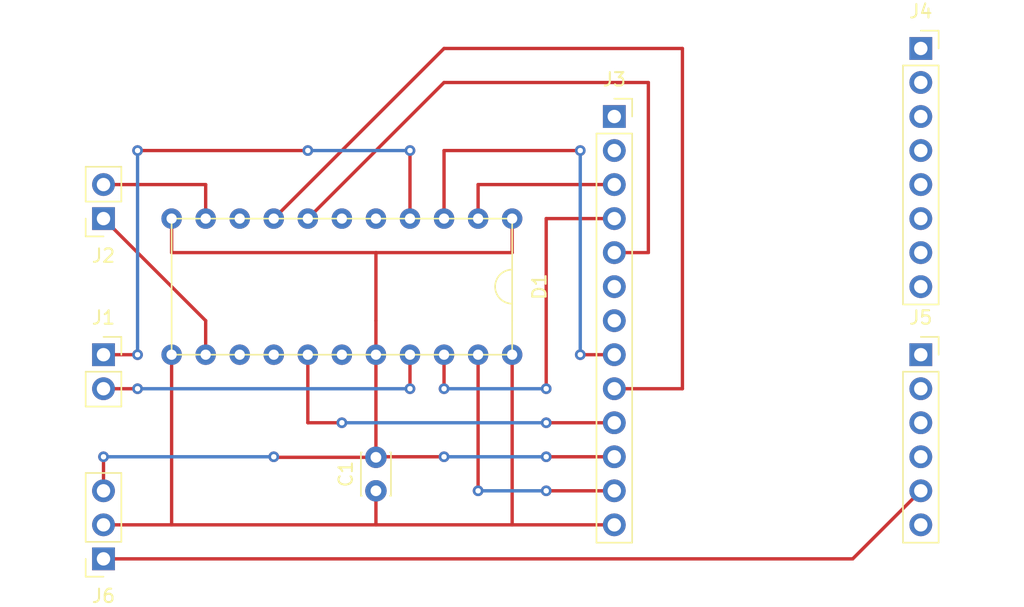
<source format=kicad_pcb>
(kicad_pcb (version 20171130) (host pcbnew "(5.1.12)-1")

  (general
    (thickness 1.6)
    (drawings 0)
    (tracks 77)
    (zones 0)
    (modules 8)
    (nets 38)
  )

  (page A4)
  (layers
    (0 F.Cu signal)
    (31 B.Cu signal)
    (32 B.Adhes user)
    (33 F.Adhes user)
    (34 B.Paste user)
    (35 F.Paste user)
    (36 B.SilkS user)
    (37 F.SilkS user)
    (38 B.Mask user)
    (39 F.Mask user)
    (40 Dwgs.User user)
    (41 Cmts.User user)
    (42 Eco1.User user)
    (43 Eco2.User user)
    (44 Edge.Cuts user)
    (45 Margin user)
    (46 B.CrtYd user)
    (47 F.CrtYd user)
    (48 B.Fab user)
    (49 F.Fab user)
  )

  (setup
    (last_trace_width 0.25)
    (trace_clearance 0.2)
    (zone_clearance 0.508)
    (zone_45_only no)
    (trace_min 0.2)
    (via_size 0.8)
    (via_drill 0.4)
    (via_min_size 0.4)
    (via_min_drill 0.3)
    (uvia_size 0.3)
    (uvia_drill 0.1)
    (uvias_allowed no)
    (uvia_min_size 0.2)
    (uvia_min_drill 0.1)
    (edge_width 0.05)
    (segment_width 0.2)
    (pcb_text_width 0.3)
    (pcb_text_size 1.5 1.5)
    (mod_edge_width 0.12)
    (mod_text_size 1 1)
    (mod_text_width 0.15)
    (pad_size 1.524 1.524)
    (pad_drill 0.762)
    (pad_to_mask_clearance 0)
    (aux_axis_origin 0 0)
    (visible_elements 7FFFFFFF)
    (pcbplotparams
      (layerselection 0x010fc_ffffffff)
      (usegerberextensions false)
      (usegerberattributes true)
      (usegerberadvancedattributes true)
      (creategerberjobfile true)
      (excludeedgelayer true)
      (linewidth 0.100000)
      (plotframeref false)
      (viasonmask false)
      (mode 1)
      (useauxorigin false)
      (hpglpennumber 1)
      (hpglpenspeed 20)
      (hpglpendiameter 15.000000)
      (psnegative false)
      (psa4output false)
      (plotreference true)
      (plotvalue true)
      (plotinvisibletext false)
      (padsonsilk false)
      (subtractmaskfromsilk false)
      (outputformat 1)
      (mirror false)
      (drillshape 1)
      (scaleselection 1)
      (outputdirectory ""))
  )

  (net 0 "")
  (net 1 GND)
  (net 2 "Net-(D1-Pad2)")
  (net 3 "Net-(D1-Pad3)")
  (net 4 "Net-(D1-Pad4)")
  (net 5 "Net-(D1-Pad5)")
  (net 6 "Net-(D1-Pad6)")
  (net 7 "Net-(D1-Pad7)")
  (net 8 "Net-(D1-Pad8)")
  (net 9 "Net-(D1-Pad9)")
  (net 10 "Net-(D1-Pad10)")
  (net 11 VCC)
  (net 12 "Net-(D1-Pad14)")
  (net 13 "Net-(D1-Pad15)")
  (net 14 "Net-(D1-Pad17)")
  (net 15 "Net-(D1-Pad18)")
  (net 16 "Net-(D1-Pad19)")
  (net 17 "Net-(D1-Pad20)")
  (net 18 "Net-(D1-Pad21)")
  (net 19 "Net-(J3-Pad1)")
  (net 20 "Net-(J3-Pad2)")
  (net 21 "Net-(J3-Pad6)")
  (net 22 "Net-(J3-Pad7)")
  (net 23 "Net-(J4-Pad1)")
  (net 24 "Net-(J4-Pad2)")
  (net 25 "Net-(J4-Pad3)")
  (net 26 "Net-(J4-Pad4)")
  (net 27 "Net-(J4-Pad5)")
  (net 28 "Net-(J4-Pad6)")
  (net 29 "Net-(J4-Pad7)")
  (net 30 "Net-(J4-Pad8)")
  (net 31 "Net-(J5-Pad1)")
  (net 32 "Net-(J5-Pad2)")
  (net 33 "Net-(J5-Pad3)")
  (net 34 "Net-(J5-Pad4)")
  (net 35 "Net-(J5-Pad5)")
  (net 36 "Net-(J5-Pad6)")
  (net 37 "Net-(D1-Pad13)")

  (net_class Default "This is the default net class."
    (clearance 0.2)
    (trace_width 0.25)
    (via_dia 0.8)
    (via_drill 0.4)
    (uvia_dia 0.3)
    (uvia_drill 0.1)
    (add_net GND)
    (add_net "Net-(D1-Pad10)")
    (add_net "Net-(D1-Pad13)")
    (add_net "Net-(D1-Pad14)")
    (add_net "Net-(D1-Pad15)")
    (add_net "Net-(D1-Pad17)")
    (add_net "Net-(D1-Pad18)")
    (add_net "Net-(D1-Pad19)")
    (add_net "Net-(D1-Pad2)")
    (add_net "Net-(D1-Pad20)")
    (add_net "Net-(D1-Pad21)")
    (add_net "Net-(D1-Pad3)")
    (add_net "Net-(D1-Pad4)")
    (add_net "Net-(D1-Pad5)")
    (add_net "Net-(D1-Pad6)")
    (add_net "Net-(D1-Pad7)")
    (add_net "Net-(D1-Pad8)")
    (add_net "Net-(D1-Pad9)")
    (add_net "Net-(J3-Pad1)")
    (add_net "Net-(J3-Pad2)")
    (add_net "Net-(J3-Pad6)")
    (add_net "Net-(J3-Pad7)")
    (add_net "Net-(J4-Pad1)")
    (add_net "Net-(J4-Pad2)")
    (add_net "Net-(J4-Pad3)")
    (add_net "Net-(J4-Pad4)")
    (add_net "Net-(J4-Pad5)")
    (add_net "Net-(J4-Pad6)")
    (add_net "Net-(J4-Pad7)")
    (add_net "Net-(J4-Pad8)")
    (add_net "Net-(J5-Pad1)")
    (add_net "Net-(J5-Pad2)")
    (add_net "Net-(J5-Pad3)")
    (add_net "Net-(J5-Pad4)")
    (add_net "Net-(J5-Pad5)")
    (add_net "Net-(J5-Pad6)")
    (add_net VCC)
  )

  (module NJM2670D2:NJM2670D2 (layer F.Cu) (tedit 61BFDFEF) (tstamp 61C03BBA)
    (at 172.72 73.66 270)
    (path /61C011F4)
    (fp_text reference D1 (at 0 0.5 90) (layer F.SilkS)
      (effects (font (size 1 1) (thickness 0.15)))
    )
    (fp_text value NJM2670D2 (at 0 -0.5 90) (layer F.Fab)
      (effects (font (size 1 1) (thickness 0.15)))
    )
    (fp_line (start 5.08 2.54) (end 2.54 2.54) (layer F.SilkS) (width 0.12))
    (fp_line (start 5.08 27.94) (end 5.08 2.54) (layer F.SilkS) (width 0.12))
    (fp_line (start -5.08 27.94) (end 5.08 27.94) (layer F.SilkS) (width 0.12))
    (fp_line (start -5.08 2.54) (end -5.08 27.94) (layer F.SilkS) (width 0.12))
    (fp_line (start -2.54 2.54) (end -5.08 2.54) (layer F.SilkS) (width 0.12))
    (fp_line (start -2.54 2.54) (end 2.54 2.54) (layer F.SilkS) (width 0.12))
    (fp_arc (start 0 2.54) (end 0 3.81) (angle 90) (layer F.SilkS) (width 0.12))
    (fp_arc (start 0 2.54) (end 1.27 2.54) (angle 90) (layer F.SilkS) (width 0.12))
    (pad 1 thru_hole circle (at -5.08 2.54 270) (size 1.524 1.524) (drill 0.762) (layers *.Cu *.Mask)
      (net 1 GND))
    (pad 2 thru_hole circle (at -5.08 5.08 270) (size 1.524 1.524) (drill 0.762) (layers *.Cu *.Mask)
      (net 2 "Net-(D1-Pad2)"))
    (pad 3 thru_hole circle (at -5.08 7.62 270) (size 1.524 1.524) (drill 0.762) (layers *.Cu *.Mask)
      (net 3 "Net-(D1-Pad3)"))
    (pad 4 thru_hole circle (at -5.08 10.16 270) (size 1.524 1.524) (drill 0.762) (layers *.Cu *.Mask)
      (net 4 "Net-(D1-Pad4)"))
    (pad 5 thru_hole circle (at -5.08 12.7 270) (size 1.524 1.524) (drill 0.762) (layers *.Cu *.Mask)
      (net 5 "Net-(D1-Pad5)"))
    (pad 6 thru_hole circle (at -5.08 15.24 270) (size 1.524 1.524) (drill 0.762) (layers *.Cu *.Mask)
      (net 6 "Net-(D1-Pad6)"))
    (pad 7 thru_hole circle (at -5.08 17.78 270) (size 1.524 1.524) (drill 0.762) (layers *.Cu *.Mask)
      (net 7 "Net-(D1-Pad7)"))
    (pad 8 thru_hole circle (at -5.08 20.32 270) (size 1.524 1.524) (drill 0.762) (layers *.Cu *.Mask)
      (net 8 "Net-(D1-Pad8)"))
    (pad 9 thru_hole circle (at -5.08 22.86 270) (size 1.524 1.524) (drill 0.762) (layers *.Cu *.Mask)
      (net 9 "Net-(D1-Pad9)"))
    (pad 10 thru_hole circle (at -5.08 25.4 270) (size 1.524 1.524) (drill 0.762) (layers *.Cu *.Mask)
      (net 10 "Net-(D1-Pad10)"))
    (pad 11 thru_hole circle (at -5.08 27.94 270) (size 1.524 1.524) (drill 0.762) (layers *.Cu *.Mask)
      (net 1 GND))
    (pad 12 thru_hole circle (at 5.08 2.54 270) (size 1.524 1.524) (drill 0.762) (layers *.Cu *.Mask)
      (net 11 VCC))
    (pad 13 thru_hole circle (at 5.08 5.08 270) (size 1.524 1.524) (drill 0.762) (layers *.Cu *.Mask)
      (net 37 "Net-(D1-Pad13)"))
    (pad 14 thru_hole circle (at 5.08 7.62 270) (size 1.524 1.524) (drill 0.762) (layers *.Cu *.Mask)
      (net 12 "Net-(D1-Pad14)"))
    (pad 15 thru_hole circle (at 5.08 10.16 270) (size 1.524 1.524) (drill 0.762) (layers *.Cu *.Mask)
      (net 13 "Net-(D1-Pad15)"))
    (pad 16 thru_hole circle (at 5.08 12.7 270) (size 1.524 1.524) (drill 0.762) (layers *.Cu *.Mask)
      (net 1 GND))
    (pad 17 thru_hole circle (at 5.08 15.24 270) (size 1.524 1.524) (drill 0.762) (layers *.Cu *.Mask)
      (net 14 "Net-(D1-Pad17)"))
    (pad 18 thru_hole circle (at 5.08 17.78 270) (size 1.524 1.524) (drill 0.762) (layers *.Cu *.Mask)
      (net 15 "Net-(D1-Pad18)"))
    (pad 19 thru_hole circle (at 5.08 20.32 270) (size 1.524 1.524) (drill 0.762) (layers *.Cu *.Mask)
      (net 16 "Net-(D1-Pad19)"))
    (pad 20 thru_hole circle (at 5.08 22.86 270) (size 1.524 1.524) (drill 0.762) (layers *.Cu *.Mask)
      (net 17 "Net-(D1-Pad20)"))
    (pad 21 thru_hole circle (at 5.08 25.4 270) (size 1.524 1.524) (drill 0.762) (layers *.Cu *.Mask)
      (net 18 "Net-(D1-Pad21)"))
    (pad 22 thru_hole circle (at 5.08 27.94 270) (size 1.524 1.524) (drill 0.762) (layers *.Cu *.Mask)
      (net 11 VCC))
  )

  (module Connector_PinSocket_2.54mm:PinSocket_1x02_P2.54mm_Vertical (layer F.Cu) (tedit 5A19A420) (tstamp 61C046F8)
    (at 139.7 78.74)
    (descr "Through hole straight socket strip, 1x02, 2.54mm pitch, single row (from Kicad 4.0.7), script generated")
    (tags "Through hole socket strip THT 1x02 2.54mm single row")
    (path /61C096E9)
    (fp_text reference J1 (at 0 -2.77) (layer F.SilkS)
      (effects (font (size 1 1) (thickness 0.15)))
    )
    (fp_text value Conn_01x02_Female (at 0 5.31) (layer F.Fab)
      (effects (font (size 1 1) (thickness 0.15)))
    )
    (fp_line (start -1.8 4.3) (end -1.8 -1.8) (layer F.CrtYd) (width 0.05))
    (fp_line (start 1.75 4.3) (end -1.8 4.3) (layer F.CrtYd) (width 0.05))
    (fp_line (start 1.75 -1.8) (end 1.75 4.3) (layer F.CrtYd) (width 0.05))
    (fp_line (start -1.8 -1.8) (end 1.75 -1.8) (layer F.CrtYd) (width 0.05))
    (fp_line (start 0 -1.33) (end 1.33 -1.33) (layer F.SilkS) (width 0.12))
    (fp_line (start 1.33 -1.33) (end 1.33 0) (layer F.SilkS) (width 0.12))
    (fp_line (start 1.33 1.27) (end 1.33 3.87) (layer F.SilkS) (width 0.12))
    (fp_line (start -1.33 3.87) (end 1.33 3.87) (layer F.SilkS) (width 0.12))
    (fp_line (start -1.33 1.27) (end -1.33 3.87) (layer F.SilkS) (width 0.12))
    (fp_line (start -1.33 1.27) (end 1.33 1.27) (layer F.SilkS) (width 0.12))
    (fp_line (start -1.27 3.81) (end -1.27 -1.27) (layer F.Fab) (width 0.1))
    (fp_line (start 1.27 3.81) (end -1.27 3.81) (layer F.Fab) (width 0.1))
    (fp_line (start 1.27 -0.635) (end 1.27 3.81) (layer F.Fab) (width 0.1))
    (fp_line (start 0.635 -1.27) (end 1.27 -0.635) (layer F.Fab) (width 0.1))
    (fp_line (start -1.27 -1.27) (end 0.635 -1.27) (layer F.Fab) (width 0.1))
    (fp_text user %R (at 0 1.27 90) (layer F.Fab)
      (effects (font (size 1 1) (thickness 0.15)))
    )
    (pad 1 thru_hole rect (at 0 0) (size 1.7 1.7) (drill 1) (layers *.Cu *.Mask)
      (net 4 "Net-(D1-Pad4)"))
    (pad 2 thru_hole oval (at 0 2.54) (size 1.7 1.7) (drill 1) (layers *.Cu *.Mask)
      (net 13 "Net-(D1-Pad15)"))
    (model ${KISYS3DMOD}/Connector_PinSocket_2.54mm.3dshapes/PinSocket_1x02_P2.54mm_Vertical.wrl
      (at (xyz 0 0 0))
      (scale (xyz 1 1 1))
      (rotate (xyz 0 0 0))
    )
  )

  (module Connector_PinSocket_2.54mm:PinSocket_1x02_P2.54mm_Vertical (layer F.Cu) (tedit 5A19A420) (tstamp 61C03BE6)
    (at 139.7 68.58 180)
    (descr "Through hole straight socket strip, 1x02, 2.54mm pitch, single row (from Kicad 4.0.7), script generated")
    (tags "Through hole socket strip THT 1x02 2.54mm single row")
    (path /61C0BA7E)
    (fp_text reference J2 (at 0 -2.77) (layer F.SilkS)
      (effects (font (size 1 1) (thickness 0.15)))
    )
    (fp_text value Conn_01x02_Female (at 0 7.62) (layer F.Fab)
      (effects (font (size 1 1) (thickness 0.15)))
    )
    (fp_line (start -1.27 -1.27) (end 0.635 -1.27) (layer F.Fab) (width 0.1))
    (fp_line (start 0.635 -1.27) (end 1.27 -0.635) (layer F.Fab) (width 0.1))
    (fp_line (start 1.27 -0.635) (end 1.27 3.81) (layer F.Fab) (width 0.1))
    (fp_line (start 1.27 3.81) (end -1.27 3.81) (layer F.Fab) (width 0.1))
    (fp_line (start -1.27 3.81) (end -1.27 -1.27) (layer F.Fab) (width 0.1))
    (fp_line (start -1.33 1.27) (end 1.33 1.27) (layer F.SilkS) (width 0.12))
    (fp_line (start -1.33 1.27) (end -1.33 3.87) (layer F.SilkS) (width 0.12))
    (fp_line (start -1.33 3.87) (end 1.33 3.87) (layer F.SilkS) (width 0.12))
    (fp_line (start 1.33 1.27) (end 1.33 3.87) (layer F.SilkS) (width 0.12))
    (fp_line (start 1.33 -1.33) (end 1.33 0) (layer F.SilkS) (width 0.12))
    (fp_line (start 0 -1.33) (end 1.33 -1.33) (layer F.SilkS) (width 0.12))
    (fp_line (start -1.8 -1.8) (end 1.75 -1.8) (layer F.CrtYd) (width 0.05))
    (fp_line (start 1.75 -1.8) (end 1.75 4.3) (layer F.CrtYd) (width 0.05))
    (fp_line (start 1.75 4.3) (end -1.8 4.3) (layer F.CrtYd) (width 0.05))
    (fp_line (start -1.8 4.3) (end -1.8 -1.8) (layer F.CrtYd) (width 0.05))
    (fp_text user %R (at 0 1.27 90) (layer F.Fab)
      (effects (font (size 1 1) (thickness 0.15)))
    )
    (pad 2 thru_hole oval (at 0 2.54 180) (size 1.7 1.7) (drill 1) (layers *.Cu *.Mask)
      (net 10 "Net-(D1-Pad10)"))
    (pad 1 thru_hole rect (at 0 0 180) (size 1.7 1.7) (drill 1) (layers *.Cu *.Mask)
      (net 18 "Net-(D1-Pad21)"))
    (model ${KISYS3DMOD}/Connector_PinSocket_2.54mm.3dshapes/PinSocket_1x02_P2.54mm_Vertical.wrl
      (at (xyz 0 0 0))
      (scale (xyz 1 1 1))
      (rotate (xyz 0 0 0))
    )
  )

  (module Connector_PinSocket_2.54mm:PinSocket_1x13_P2.54mm_Vertical (layer F.Cu) (tedit 5A19A421) (tstamp 61C03C07)
    (at 177.8 60.96)
    (descr "Through hole straight socket strip, 1x13, 2.54mm pitch, single row (from Kicad 4.0.7), script generated")
    (tags "Through hole socket strip THT 1x13 2.54mm single row")
    (path /61C01F22)
    (fp_text reference J3 (at 0 -2.77) (layer F.SilkS)
      (effects (font (size 1 1) (thickness 0.15)))
    )
    (fp_text value Conn_01x13_Female (at 0 33.25) (layer F.Fab)
      (effects (font (size 1 1) (thickness 0.15)))
    )
    (fp_line (start -1.8 32.25) (end -1.8 -1.8) (layer F.CrtYd) (width 0.05))
    (fp_line (start 1.75 32.25) (end -1.8 32.25) (layer F.CrtYd) (width 0.05))
    (fp_line (start 1.75 -1.8) (end 1.75 32.25) (layer F.CrtYd) (width 0.05))
    (fp_line (start -1.8 -1.8) (end 1.75 -1.8) (layer F.CrtYd) (width 0.05))
    (fp_line (start 0 -1.33) (end 1.33 -1.33) (layer F.SilkS) (width 0.12))
    (fp_line (start 1.33 -1.33) (end 1.33 0) (layer F.SilkS) (width 0.12))
    (fp_line (start 1.33 1.27) (end 1.33 31.81) (layer F.SilkS) (width 0.12))
    (fp_line (start -1.33 31.81) (end 1.33 31.81) (layer F.SilkS) (width 0.12))
    (fp_line (start -1.33 1.27) (end -1.33 31.81) (layer F.SilkS) (width 0.12))
    (fp_line (start -1.33 1.27) (end 1.33 1.27) (layer F.SilkS) (width 0.12))
    (fp_line (start -1.27 31.75) (end -1.27 -1.27) (layer F.Fab) (width 0.1))
    (fp_line (start 1.27 31.75) (end -1.27 31.75) (layer F.Fab) (width 0.1))
    (fp_line (start 1.27 -0.635) (end 1.27 31.75) (layer F.Fab) (width 0.1))
    (fp_line (start 0.635 -1.27) (end 1.27 -0.635) (layer F.Fab) (width 0.1))
    (fp_line (start -1.27 -1.27) (end 0.635 -1.27) (layer F.Fab) (width 0.1))
    (fp_text user %R (at 0 15.24 90) (layer F.Fab)
      (effects (font (size 1 1) (thickness 0.15)))
    )
    (pad 1 thru_hole rect (at 0 0) (size 1.7 1.7) (drill 1) (layers *.Cu *.Mask)
      (net 19 "Net-(J3-Pad1)"))
    (pad 2 thru_hole oval (at 0 2.54) (size 1.7 1.7) (drill 1) (layers *.Cu *.Mask)
      (net 20 "Net-(J3-Pad2)"))
    (pad 3 thru_hole oval (at 0 5.08) (size 1.7 1.7) (drill 1) (layers *.Cu *.Mask)
      (net 2 "Net-(D1-Pad2)"))
    (pad 4 thru_hole oval (at 0 7.62) (size 1.7 1.7) (drill 1) (layers *.Cu *.Mask)
      (net 12 "Net-(D1-Pad14)"))
    (pad 5 thru_hole oval (at 0 10.16) (size 1.7 1.7) (drill 1) (layers *.Cu *.Mask)
      (net 7 "Net-(D1-Pad7)"))
    (pad 6 thru_hole oval (at 0 12.7) (size 1.7 1.7) (drill 1) (layers *.Cu *.Mask)
      (net 21 "Net-(J3-Pad6)"))
    (pad 7 thru_hole oval (at 0 15.24) (size 1.7 1.7) (drill 1) (layers *.Cu *.Mask)
      (net 22 "Net-(J3-Pad7)"))
    (pad 8 thru_hole oval (at 0 17.78) (size 1.7 1.7) (drill 1) (layers *.Cu *.Mask)
      (net 3 "Net-(D1-Pad3)"))
    (pad 9 thru_hole oval (at 0 20.32) (size 1.7 1.7) (drill 1) (layers *.Cu *.Mask)
      (net 8 "Net-(D1-Pad8)"))
    (pad 10 thru_hole oval (at 0 22.86) (size 1.7 1.7) (drill 1) (layers *.Cu *.Mask)
      (net 15 "Net-(D1-Pad18)"))
    (pad 11 thru_hole oval (at 0 25.4) (size 1.7 1.7) (drill 1) (layers *.Cu *.Mask)
      (net 1 GND))
    (pad 12 thru_hole oval (at 0 27.94) (size 1.7 1.7) (drill 1) (layers *.Cu *.Mask)
      (net 37 "Net-(D1-Pad13)"))
    (pad 13 thru_hole oval (at 0 30.48) (size 1.7 1.7) (drill 1) (layers *.Cu *.Mask)
      (net 11 VCC))
    (model ${KISYS3DMOD}/Connector_PinSocket_2.54mm.3dshapes/PinSocket_1x13_P2.54mm_Vertical.wrl
      (at (xyz 0 0 0))
      (scale (xyz 1 1 1))
      (rotate (xyz 0 0 0))
    )
  )

  (module Connector_PinSocket_2.54mm:PinSocket_1x08_P2.54mm_Vertical (layer F.Cu) (tedit 5A19A420) (tstamp 61C03C23)
    (at 200.66 55.88)
    (descr "Through hole straight socket strip, 1x08, 2.54mm pitch, single row (from Kicad 4.0.7), script generated")
    (tags "Through hole socket strip THT 1x08 2.54mm single row")
    (path /61C03423)
    (fp_text reference J4 (at 0 -2.77) (layer F.SilkS)
      (effects (font (size 1 1) (thickness 0.15)))
    )
    (fp_text value Conn_01x08_Female (at 0 20.32) (layer F.Fab)
      (effects (font (size 1 1) (thickness 0.15)))
    )
    (fp_line (start -1.8 19.55) (end -1.8 -1.8) (layer F.CrtYd) (width 0.05))
    (fp_line (start 1.75 19.55) (end -1.8 19.55) (layer F.CrtYd) (width 0.05))
    (fp_line (start 1.75 -1.8) (end 1.75 19.55) (layer F.CrtYd) (width 0.05))
    (fp_line (start -1.8 -1.8) (end 1.75 -1.8) (layer F.CrtYd) (width 0.05))
    (fp_line (start 0 -1.33) (end 1.33 -1.33) (layer F.SilkS) (width 0.12))
    (fp_line (start 1.33 -1.33) (end 1.33 0) (layer F.SilkS) (width 0.12))
    (fp_line (start 1.33 1.27) (end 1.33 19.11) (layer F.SilkS) (width 0.12))
    (fp_line (start -1.33 19.11) (end 1.33 19.11) (layer F.SilkS) (width 0.12))
    (fp_line (start -1.33 1.27) (end -1.33 19.11) (layer F.SilkS) (width 0.12))
    (fp_line (start -1.33 1.27) (end 1.33 1.27) (layer F.SilkS) (width 0.12))
    (fp_line (start -1.27 19.05) (end -1.27 -1.27) (layer F.Fab) (width 0.1))
    (fp_line (start 1.27 19.05) (end -1.27 19.05) (layer F.Fab) (width 0.1))
    (fp_line (start 1.27 -0.635) (end 1.27 19.05) (layer F.Fab) (width 0.1))
    (fp_line (start 0.635 -1.27) (end 1.27 -0.635) (layer F.Fab) (width 0.1))
    (fp_line (start -1.27 -1.27) (end 0.635 -1.27) (layer F.Fab) (width 0.1))
    (fp_text user %R (at 0 8.89 90) (layer F.Fab)
      (effects (font (size 1 1) (thickness 0.15)))
    )
    (pad 1 thru_hole rect (at 0 0) (size 1.7 1.7) (drill 1) (layers *.Cu *.Mask)
      (net 23 "Net-(J4-Pad1)"))
    (pad 2 thru_hole oval (at 0 2.54) (size 1.7 1.7) (drill 1) (layers *.Cu *.Mask)
      (net 24 "Net-(J4-Pad2)"))
    (pad 3 thru_hole oval (at 0 5.08) (size 1.7 1.7) (drill 1) (layers *.Cu *.Mask)
      (net 25 "Net-(J4-Pad3)"))
    (pad 4 thru_hole oval (at 0 7.62) (size 1.7 1.7) (drill 1) (layers *.Cu *.Mask)
      (net 26 "Net-(J4-Pad4)"))
    (pad 5 thru_hole oval (at 0 10.16) (size 1.7 1.7) (drill 1) (layers *.Cu *.Mask)
      (net 27 "Net-(J4-Pad5)"))
    (pad 6 thru_hole oval (at 0 12.7) (size 1.7 1.7) (drill 1) (layers *.Cu *.Mask)
      (net 28 "Net-(J4-Pad6)"))
    (pad 7 thru_hole oval (at 0 15.24) (size 1.7 1.7) (drill 1) (layers *.Cu *.Mask)
      (net 29 "Net-(J4-Pad7)"))
    (pad 8 thru_hole oval (at 0 17.78) (size 1.7 1.7) (drill 1) (layers *.Cu *.Mask)
      (net 30 "Net-(J4-Pad8)"))
    (model ${KISYS3DMOD}/Connector_PinSocket_2.54mm.3dshapes/PinSocket_1x08_P2.54mm_Vertical.wrl
      (at (xyz 0 0 0))
      (scale (xyz 1 1 1))
      (rotate (xyz 0 0 0))
    )
  )

  (module Connector_PinSocket_2.54mm:PinSocket_1x06_P2.54mm_Vertical (layer F.Cu) (tedit 5A19A430) (tstamp 61C03C3D)
    (at 200.66 78.74)
    (descr "Through hole straight socket strip, 1x06, 2.54mm pitch, single row (from Kicad 4.0.7), script generated")
    (tags "Through hole socket strip THT 1x06 2.54mm single row")
    (path /61C0515D)
    (fp_text reference J5 (at 0 -2.77) (layer F.SilkS)
      (effects (font (size 1 1) (thickness 0.15)))
    )
    (fp_text value Conn_01x06_Female (at 0 15.47) (layer F.Fab)
      (effects (font (size 1 1) (thickness 0.15)))
    )
    (fp_line (start -1.8 14.45) (end -1.8 -1.8) (layer F.CrtYd) (width 0.05))
    (fp_line (start 1.75 14.45) (end -1.8 14.45) (layer F.CrtYd) (width 0.05))
    (fp_line (start 1.75 -1.8) (end 1.75 14.45) (layer F.CrtYd) (width 0.05))
    (fp_line (start -1.8 -1.8) (end 1.75 -1.8) (layer F.CrtYd) (width 0.05))
    (fp_line (start 0 -1.33) (end 1.33 -1.33) (layer F.SilkS) (width 0.12))
    (fp_line (start 1.33 -1.33) (end 1.33 0) (layer F.SilkS) (width 0.12))
    (fp_line (start 1.33 1.27) (end 1.33 14.03) (layer F.SilkS) (width 0.12))
    (fp_line (start -1.33 14.03) (end 1.33 14.03) (layer F.SilkS) (width 0.12))
    (fp_line (start -1.33 1.27) (end -1.33 14.03) (layer F.SilkS) (width 0.12))
    (fp_line (start -1.33 1.27) (end 1.33 1.27) (layer F.SilkS) (width 0.12))
    (fp_line (start -1.27 13.97) (end -1.27 -1.27) (layer F.Fab) (width 0.1))
    (fp_line (start 1.27 13.97) (end -1.27 13.97) (layer F.Fab) (width 0.1))
    (fp_line (start 1.27 -0.635) (end 1.27 13.97) (layer F.Fab) (width 0.1))
    (fp_line (start 0.635 -1.27) (end 1.27 -0.635) (layer F.Fab) (width 0.1))
    (fp_line (start -1.27 -1.27) (end 0.635 -1.27) (layer F.Fab) (width 0.1))
    (fp_text user %R (at 0 6.35 90) (layer F.Fab)
      (effects (font (size 1 1) (thickness 0.15)))
    )
    (pad 1 thru_hole rect (at 0 0) (size 1.7 1.7) (drill 1) (layers *.Cu *.Mask)
      (net 31 "Net-(J5-Pad1)"))
    (pad 2 thru_hole oval (at 0 2.54) (size 1.7 1.7) (drill 1) (layers *.Cu *.Mask)
      (net 32 "Net-(J5-Pad2)"))
    (pad 3 thru_hole oval (at 0 5.08) (size 1.7 1.7) (drill 1) (layers *.Cu *.Mask)
      (net 33 "Net-(J5-Pad3)"))
    (pad 4 thru_hole oval (at 0 7.62) (size 1.7 1.7) (drill 1) (layers *.Cu *.Mask)
      (net 34 "Net-(J5-Pad4)"))
    (pad 5 thru_hole oval (at 0 10.16) (size 1.7 1.7) (drill 1) (layers *.Cu *.Mask)
      (net 35 "Net-(J5-Pad5)"))
    (pad 6 thru_hole oval (at 0 12.7) (size 1.7 1.7) (drill 1) (layers *.Cu *.Mask)
      (net 36 "Net-(J5-Pad6)"))
    (model ${KISYS3DMOD}/Connector_PinSocket_2.54mm.3dshapes/PinSocket_1x06_P2.54mm_Vertical.wrl
      (at (xyz 0 0 0))
      (scale (xyz 1 1 1))
      (rotate (xyz 0 0 0))
    )
  )

  (module Connector_PinSocket_2.54mm:PinSocket_1x03_P2.54mm_Vertical (layer F.Cu) (tedit 5A19A429) (tstamp 61C03C54)
    (at 139.7 93.98 180)
    (descr "Through hole straight socket strip, 1x03, 2.54mm pitch, single row (from Kicad 4.0.7), script generated")
    (tags "Through hole socket strip THT 1x03 2.54mm single row")
    (path /61C1A252)
    (fp_text reference J6 (at 0 -2.77) (layer F.SilkS)
      (effects (font (size 1 1) (thickness 0.15)))
    )
    (fp_text value Conn_01x03_Female (at 0 7.62) (layer F.Fab)
      (effects (font (size 1 1) (thickness 0.15)))
    )
    (fp_line (start -1.8 6.85) (end -1.8 -1.8) (layer F.CrtYd) (width 0.05))
    (fp_line (start 1.75 6.85) (end -1.8 6.85) (layer F.CrtYd) (width 0.05))
    (fp_line (start 1.75 -1.8) (end 1.75 6.85) (layer F.CrtYd) (width 0.05))
    (fp_line (start -1.8 -1.8) (end 1.75 -1.8) (layer F.CrtYd) (width 0.05))
    (fp_line (start 0 -1.33) (end 1.33 -1.33) (layer F.SilkS) (width 0.12))
    (fp_line (start 1.33 -1.33) (end 1.33 0) (layer F.SilkS) (width 0.12))
    (fp_line (start 1.33 1.27) (end 1.33 6.41) (layer F.SilkS) (width 0.12))
    (fp_line (start -1.33 6.41) (end 1.33 6.41) (layer F.SilkS) (width 0.12))
    (fp_line (start -1.33 1.27) (end -1.33 6.41) (layer F.SilkS) (width 0.12))
    (fp_line (start -1.33 1.27) (end 1.33 1.27) (layer F.SilkS) (width 0.12))
    (fp_line (start -1.27 6.35) (end -1.27 -1.27) (layer F.Fab) (width 0.1))
    (fp_line (start 1.27 6.35) (end -1.27 6.35) (layer F.Fab) (width 0.1))
    (fp_line (start 1.27 -0.635) (end 1.27 6.35) (layer F.Fab) (width 0.1))
    (fp_line (start 0.635 -1.27) (end 1.27 -0.635) (layer F.Fab) (width 0.1))
    (fp_line (start -1.27 -1.27) (end 0.635 -1.27) (layer F.Fab) (width 0.1))
    (fp_text user %R (at 0 2.54 180) (layer F.Fab)
      (effects (font (size 1 1) (thickness 0.15)))
    )
    (pad 1 thru_hole rect (at 0 0 180) (size 1.7 1.7) (drill 1) (layers *.Cu *.Mask)
      (net 35 "Net-(J5-Pad5)"))
    (pad 2 thru_hole oval (at 0 2.54 180) (size 1.7 1.7) (drill 1) (layers *.Cu *.Mask)
      (net 11 VCC))
    (pad 3 thru_hole oval (at 0 5.08 180) (size 1.7 1.7) (drill 1) (layers *.Cu *.Mask)
      (net 1 GND))
    (model ${KISYS3DMOD}/Connector_PinSocket_2.54mm.3dshapes/PinSocket_1x03_P2.54mm_Vertical.wrl
      (at (xyz 0 0 0))
      (scale (xyz 1 1 1))
      (rotate (xyz 0 0 0))
    )
  )

  (module Capacitor_THT:C_Disc_D3.0mm_W2.0mm_P2.50mm (layer F.Cu) (tedit 5AE50EF0) (tstamp 61C04AE6)
    (at 160.02 88.9 90)
    (descr "C, Disc series, Radial, pin pitch=2.50mm, , diameter*width=3*2mm^2, Capacitor")
    (tags "C Disc series Radial pin pitch 2.50mm  diameter 3mm width 2mm Capacitor")
    (path /61C433BC)
    (fp_text reference C1 (at 1.25 -2.25 90) (layer F.SilkS)
      (effects (font (size 1 1) (thickness 0.15)))
    )
    (fp_text value C (at 1.25 2.25 90) (layer F.Fab)
      (effects (font (size 1 1) (thickness 0.15)))
    )
    (fp_line (start 3.55 -1.25) (end -1.05 -1.25) (layer F.CrtYd) (width 0.05))
    (fp_line (start 3.55 1.25) (end 3.55 -1.25) (layer F.CrtYd) (width 0.05))
    (fp_line (start -1.05 1.25) (end 3.55 1.25) (layer F.CrtYd) (width 0.05))
    (fp_line (start -1.05 -1.25) (end -1.05 1.25) (layer F.CrtYd) (width 0.05))
    (fp_line (start 2.87 1.055) (end 2.87 1.12) (layer F.SilkS) (width 0.12))
    (fp_line (start 2.87 -1.12) (end 2.87 -1.055) (layer F.SilkS) (width 0.12))
    (fp_line (start -0.37 1.055) (end -0.37 1.12) (layer F.SilkS) (width 0.12))
    (fp_line (start -0.37 -1.12) (end -0.37 -1.055) (layer F.SilkS) (width 0.12))
    (fp_line (start -0.37 1.12) (end 2.87 1.12) (layer F.SilkS) (width 0.12))
    (fp_line (start -0.37 -1.12) (end 2.87 -1.12) (layer F.SilkS) (width 0.12))
    (fp_line (start 2.75 -1) (end -0.25 -1) (layer F.Fab) (width 0.1))
    (fp_line (start 2.75 1) (end 2.75 -1) (layer F.Fab) (width 0.1))
    (fp_line (start -0.25 1) (end 2.75 1) (layer F.Fab) (width 0.1))
    (fp_line (start -0.25 -1) (end -0.25 1) (layer F.Fab) (width 0.1))
    (fp_text user %R (at 1.25 0 90) (layer F.Fab)
      (effects (font (size 0.6 0.6) (thickness 0.09)))
    )
    (pad 1 thru_hole circle (at 0 0 90) (size 1.6 1.6) (drill 0.8) (layers *.Cu *.Mask)
      (net 11 VCC))
    (pad 2 thru_hole circle (at 2.5 0 90) (size 1.6 1.6) (drill 0.8) (layers *.Cu *.Mask)
      (net 1 GND))
    (model ${KISYS3DMOD}/Capacitor_THT.3dshapes/C_Disc_D3.0mm_W2.0mm_P2.50mm.wrl
      (at (xyz 0 0 0))
      (scale (xyz 1 1 1))
      (rotate (xyz 0 0 0))
    )
  )

  (segment (start 144.78 71.12) (end 160.02 71.12) (width 0.25) (layer F.Cu) (net 1))
  (segment (start 160.02 71.12) (end 160.02 76.2) (width 0.25) (layer F.Cu) (net 1))
  (segment (start 160.02 71.12) (end 170.18 71.12) (width 0.25) (layer F.Cu) (net 1))
  (via (at 165.1 86.36) (size 0.8) (drill 0.4) (layers F.Cu B.Cu) (net 1))
  (segment (start 160.02 86.36) (end 165.1 86.36) (width 0.25) (layer F.Cu) (net 1))
  (via (at 172.72 86.36) (size 0.8) (drill 0.4) (layers F.Cu B.Cu) (net 1))
  (segment (start 165.1 86.36) (end 172.72 86.36) (width 0.25) (layer B.Cu) (net 1))
  (segment (start 172.72 86.36) (end 177.8 86.36) (width 0.25) (layer F.Cu) (net 1))
  (segment (start 160.02 86.36) (end 160.02 78.74) (width 0.25) (layer F.Cu) (net 1))
  (segment (start 160.02 76.2) (end 160.02 78.74) (width 0.25) (layer F.Cu) (net 1))
  (segment (start 170.18 68.58) (end 170.18 71.12) (width 0.25) (layer F.Cu) (net 1))
  (segment (start 144.78 68.58) (end 144.78 71.12) (width 0.25) (layer F.Cu) (net 1))
  (segment (start 160.02 86.4) (end 152.44 86.4) (width 0.25) (layer F.Cu) (net 1))
  (via (at 139.7 86.36) (size 0.8) (drill 0.4) (layers F.Cu B.Cu) (net 1))
  (segment (start 139.7 88.9) (end 139.7 86.36) (width 0.25) (layer F.Cu) (net 1))
  (via (at 152.4 86.36) (size 0.8) (drill 0.4) (layers F.Cu B.Cu) (net 1))
  (segment (start 139.7 86.36) (end 152.4 86.36) (width 0.25) (layer B.Cu) (net 1))
  (segment (start 177.8 66.04) (end 167.64 66.04) (width 0.25) (layer F.Cu) (net 2))
  (segment (start 167.64 66.04) (end 167.64 68.58) (width 0.25) (layer F.Cu) (net 2))
  (segment (start 175.26 78.74) (end 177.8 78.74) (width 0.25) (layer F.Cu) (net 3))
  (via (at 175.26 78.74) (size 0.8) (drill 0.4) (layers F.Cu B.Cu) (net 3))
  (via (at 175.26 63.5) (size 0.8) (drill 0.4) (layers F.Cu B.Cu) (net 3))
  (segment (start 175.26 78.74) (end 175.26 63.5) (width 0.25) (layer B.Cu) (net 3))
  (segment (start 175.26 63.5) (end 165.1 63.5) (width 0.25) (layer F.Cu) (net 3))
  (segment (start 165.1 63.5) (end 165.1 68.58) (width 0.25) (layer F.Cu) (net 3))
  (via (at 142.24 78.74) (size 0.8) (drill 0.4) (layers F.Cu B.Cu) (net 4))
  (segment (start 139.7 78.74) (end 142.24 78.74) (width 0.25) (layer F.Cu) (net 4))
  (via (at 142.24 63.5) (size 0.8) (drill 0.4) (layers F.Cu B.Cu) (net 4))
  (segment (start 142.24 78.74) (end 142.24 63.5) (width 0.25) (layer B.Cu) (net 4))
  (via (at 154.94 63.5) (size 0.8) (drill 0.4) (layers F.Cu B.Cu) (net 4))
  (segment (start 142.24 63.5) (end 154.94 63.5) (width 0.25) (layer F.Cu) (net 4))
  (via (at 162.56 63.5) (size 0.8) (drill 0.4) (layers F.Cu B.Cu) (net 4))
  (segment (start 154.94 63.5) (end 162.56 63.5) (width 0.25) (layer B.Cu) (net 4))
  (segment (start 162.56 63.5) (end 162.56 68.58) (width 0.25) (layer F.Cu) (net 4))
  (segment (start 180.34 71.12) (end 177.8 71.12) (width 0.25) (layer F.Cu) (net 7))
  (segment (start 180.34 58.42) (end 180.34 71.12) (width 0.25) (layer F.Cu) (net 7))
  (segment (start 154.94 68.58) (end 165.1 58.42) (width 0.25) (layer F.Cu) (net 7))
  (segment (start 165.1 58.42) (end 180.34 58.42) (width 0.25) (layer F.Cu) (net 7))
  (segment (start 182.88 55.88) (end 182.88 81.28) (width 0.25) (layer F.Cu) (net 8))
  (segment (start 182.88 81.28) (end 177.8 81.28) (width 0.25) (layer F.Cu) (net 8))
  (segment (start 182.88 55.88) (end 165.1 55.88) (width 0.25) (layer F.Cu) (net 8))
  (segment (start 165.1 55.88) (end 152.4 68.58) (width 0.25) (layer F.Cu) (net 8))
  (segment (start 139.7 66.04) (end 147.32 66.04) (width 0.25) (layer F.Cu) (net 10))
  (segment (start 147.32 66.04) (end 147.32 68.58) (width 0.25) (layer F.Cu) (net 10))
  (segment (start 170.18 91.44) (end 177.8 91.44) (width 0.25) (layer F.Cu) (net 11))
  (segment (start 144.78 78.74) (end 144.78 91.44) (width 0.25) (layer F.Cu) (net 11))
  (segment (start 170.18 78.74) (end 170.18 91.44) (width 0.25) (layer F.Cu) (net 11))
  (segment (start 160.02 88.9) (end 160.02 91.44) (width 0.25) (layer F.Cu) (net 11))
  (segment (start 160.02 91.44) (end 144.78 91.44) (width 0.25) (layer F.Cu) (net 11))
  (segment (start 170.18 91.44) (end 160.02 91.44) (width 0.25) (layer F.Cu) (net 11))
  (segment (start 139.7 91.44) (end 144.78 91.44) (width 0.25) (layer F.Cu) (net 11))
  (via (at 172.72 81.28) (size 0.8) (drill 0.4) (layers F.Cu B.Cu) (net 12))
  (via (at 165.1 81.28) (size 0.8) (drill 0.4) (layers F.Cu B.Cu) (net 12))
  (segment (start 172.72 81.28) (end 165.1 81.28) (width 0.25) (layer B.Cu) (net 12))
  (segment (start 172.72 68.58) (end 177.8 68.58) (width 0.25) (layer F.Cu) (net 12))
  (segment (start 172.72 68.58) (end 172.72 81.28) (width 0.25) (layer F.Cu) (net 12))
  (segment (start 165.1 78.74) (end 165.1 81.28) (width 0.25) (layer F.Cu) (net 12))
  (via (at 162.56 81.28) (size 0.8) (drill 0.4) (layers F.Cu B.Cu) (net 13))
  (segment (start 162.56 78.74) (end 162.56 81.28) (width 0.25) (layer F.Cu) (net 13))
  (via (at 142.24 81.28) (size 0.8) (drill 0.4) (layers F.Cu B.Cu) (net 13))
  (segment (start 162.56 81.28) (end 142.24 81.28) (width 0.25) (layer B.Cu) (net 13))
  (segment (start 142.24 81.28) (end 139.7 81.28) (width 0.25) (layer F.Cu) (net 13))
  (via (at 157.48 83.82) (size 0.8) (drill 0.4) (layers F.Cu B.Cu) (net 15))
  (segment (start 154.94 83.82) (end 157.48 83.82) (width 0.25) (layer F.Cu) (net 15))
  (via (at 172.72 83.82) (size 0.8) (drill 0.4) (layers F.Cu B.Cu) (net 15))
  (segment (start 157.48 83.82) (end 172.72 83.82) (width 0.25) (layer B.Cu) (net 15))
  (segment (start 172.72 83.82) (end 177.8 83.82) (width 0.25) (layer F.Cu) (net 15))
  (segment (start 154.94 78.74) (end 154.94 83.82) (width 0.25) (layer F.Cu) (net 15))
  (segment (start 139.7 68.58) (end 147.32 76.2) (width 0.25) (layer F.Cu) (net 18))
  (segment (start 147.32 76.2) (end 147.32 78.74) (width 0.25) (layer F.Cu) (net 18))
  (segment (start 195.58 93.98) (end 200.66 88.9) (width 0.25) (layer F.Cu) (net 35))
  (segment (start 139.7 93.98) (end 195.58 93.98) (width 0.25) (layer F.Cu) (net 35))
  (via (at 167.64 88.9) (size 0.8) (drill 0.4) (layers F.Cu B.Cu) (net 37))
  (via (at 172.72 88.9) (size 0.8) (drill 0.4) (layers F.Cu B.Cu) (net 37))
  (segment (start 177.8 88.9) (end 172.72 88.9) (width 0.25) (layer F.Cu) (net 37))
  (segment (start 172.72 88.9) (end 167.64 88.9) (width 0.25) (layer B.Cu) (net 37))
  (segment (start 167.64 78.74) (end 167.64 88.9) (width 0.25) (layer F.Cu) (net 37))

)

</source>
